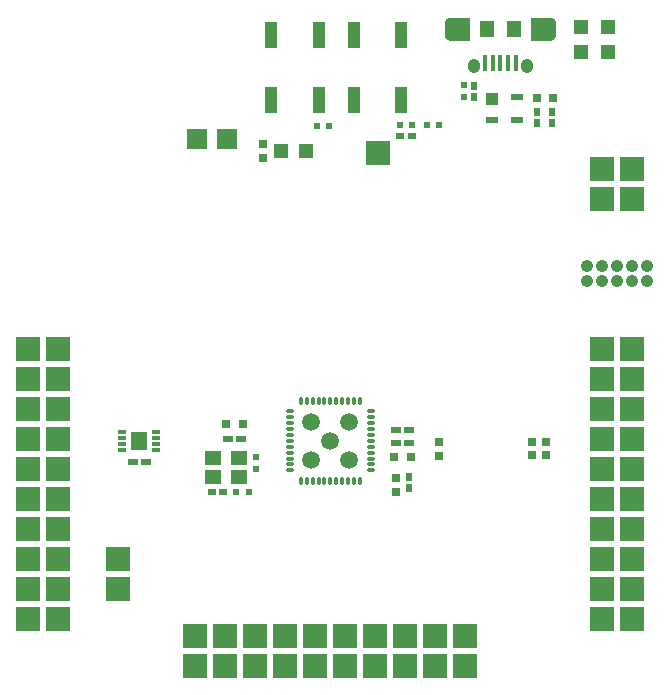
<source format=gtp>
G04 Layer_Color=8421504*
%FSLAX43Y43*%
%MOMM*%
G71*
G01*
G75*
%ADD12R,1.400X1.150*%
%ADD13R,0.900X0.600*%
%ADD14R,0.600X0.500*%
%ADD15R,0.600X0.550*%
%ADD16R,0.500X0.650*%
%ADD17R,0.650X0.800*%
%ADD18R,1.200X1.200*%
%ADD19R,1.200X1.200*%
%ADD20R,0.650X0.500*%
%ADD21R,0.800X0.650*%
%ADD22R,0.762X0.762*%
%ADD23R,0.500X0.600*%
%ADD24R,0.700X0.700*%
%ADD25R,0.550X0.600*%
%ADD26R,1.100X0.600*%
%ADD27R,1.100X1.000*%
%ADD29O,0.700X0.300*%
%ADD30O,0.300X0.700*%
%ADD33R,0.400X1.350*%
%ADD34R,0.700X0.300*%
%ADD36R,1.000X2.250*%
G04:AMPARAMS|DCode=46|XSize=2.1mm|YSize=1.9mm|CornerRadius=0.494mm|HoleSize=0mm|Usage=FLASHONLY|Rotation=0.000|XOffset=0mm|YOffset=0mm|HoleType=Round|Shape=RoundedRectangle|*
%AMROUNDEDRECTD46*
21,1,2.100,0.912,0,0,0.0*
21,1,1.112,1.900,0,0,0.0*
1,1,0.988,0.556,-0.456*
1,1,0.988,-0.556,-0.456*
1,1,0.988,-0.556,0.456*
1,1,0.988,0.556,0.456*
%
%ADD46ROUNDEDRECTD46*%
G04:AMPARAMS|DCode=47|XSize=1.05mm|YSize=1.25mm|CornerRadius=0.525mm|HoleSize=0mm|Usage=FLASHONLY|Rotation=180.000|XOffset=0mm|YOffset=0mm|HoleType=Round|Shape=RoundedRectangle|*
%AMROUNDEDRECTD47*
21,1,1.050,0.200,0,0,180.0*
21,1,0.000,1.250,0,0,180.0*
1,1,1.050,0.000,0.100*
1,1,1.050,0.000,0.100*
1,1,1.050,0.000,-0.100*
1,1,1.050,0.000,-0.100*
%
%ADD47ROUNDEDRECTD47*%
%ADD48C,1.050*%
%ADD79R,2.100X2.100*%
%ADD80R,2.100X2.100*%
%ADD81C,1.500*%
%ADD82R,1.700X1.700*%
%ADD83R,1.350X1.550*%
%ADD84R,1.300X1.400*%
G36*
X-18200Y-2625D02*
X-19800D01*
X-19848Y-2621D01*
X-19901Y-2614D01*
X-19954Y-2599D01*
X-19997Y-2583D01*
X-20039Y-2563D01*
X-20083Y-2535D01*
X-20121Y-2506D01*
X-20160Y-2472D01*
X-20189Y-2436D01*
X-20217Y-2399D01*
X-20241Y-2358D01*
X-20261Y-2316D01*
X-20277Y-2274D01*
X-20289Y-2223D01*
X-20296Y-2178D01*
X-20300Y-2125D01*
Y-1225D01*
X-20296Y-1170D01*
X-20288Y-1125D01*
X-20276Y-1075D01*
X-20260Y-1035D01*
X-20247Y-1002D01*
X-20222Y-959D01*
X-20196Y-922D01*
X-20165Y-884D01*
X-20120Y-843D01*
X-20080Y-813D01*
X-20034Y-784D01*
X-19981Y-760D01*
X-19894Y-734D01*
X-19800Y-725D01*
X-18200D01*
Y-2625D01*
D02*
G37*
G36*
X-11352Y-729D02*
X-11299Y-736D01*
X-11246Y-751D01*
X-11203Y-767D01*
X-11161Y-787D01*
X-11117Y-815D01*
X-11079Y-844D01*
X-11040Y-878D01*
X-11011Y-914D01*
X-10983Y-951D01*
X-10959Y-992D01*
X-10939Y-1034D01*
X-10923Y-1076D01*
X-10911Y-1127D01*
X-10904Y-1172D01*
X-10900Y-1225D01*
Y-2125D01*
X-10904Y-2180D01*
X-10912Y-2225D01*
X-10924Y-2275D01*
X-10940Y-2315D01*
X-10953Y-2348D01*
X-10978Y-2391D01*
X-11004Y-2428D01*
X-11035Y-2466D01*
X-11080Y-2507D01*
X-11120Y-2537D01*
X-11166Y-2566D01*
X-11219Y-2590D01*
X-11306Y-2616D01*
X-11400Y-2625D01*
X-13000D01*
Y-725D01*
X-11400D01*
X-11352Y-729D01*
D02*
G37*
D12*
X-37775Y-37950D02*
D03*
X-39975D02*
D03*
Y-39550D02*
D03*
X-37775D02*
D03*
D13*
X-38672Y-36385D02*
D03*
X-37572D02*
D03*
X-23350Y-36700D02*
D03*
X-24450D02*
D03*
X-23350Y-35600D02*
D03*
X-24450D02*
D03*
X-45650Y-38325D02*
D03*
X-46750D02*
D03*
D14*
X-36925Y-40875D02*
D03*
X-37975Y-40875D02*
D03*
D15*
X-21811Y-9800D02*
D03*
X-20811D02*
D03*
X-23100D02*
D03*
X-24100D02*
D03*
X-30150Y-9850D02*
D03*
X-31150D02*
D03*
D16*
X-12525Y-8625D02*
D03*
Y-9575D02*
D03*
X-11225Y-8625D02*
D03*
Y-9575D02*
D03*
X-17825Y-7375D02*
D03*
Y-6425D02*
D03*
X-23325Y-39550D02*
D03*
Y-40500D02*
D03*
D17*
X-20775Y-37825D02*
D03*
Y-36625D02*
D03*
X-35675Y-12550D02*
D03*
Y-11350D02*
D03*
X-24475Y-39625D02*
D03*
Y-40825D02*
D03*
D18*
X-6500Y-3550D02*
D03*
Y-1450D02*
D03*
X-8750Y-3550D02*
D03*
Y-1450D02*
D03*
D19*
X-32050Y-12000D02*
D03*
X-34150D02*
D03*
D20*
X-24075Y-10675D02*
D03*
X-23125D02*
D03*
X-39075Y-40875D02*
D03*
X-40025D02*
D03*
D21*
X-11725Y-36575D02*
D03*
X-12925D02*
D03*
X-11725Y-37725D02*
D03*
X-12925D02*
D03*
D22*
X-38824Y-35075D02*
D03*
X-37426D02*
D03*
D23*
X-36275Y-37850D02*
D03*
X-36275Y-38900D02*
D03*
D24*
X-24600Y-37850D02*
D03*
X-23200D02*
D03*
X-12525Y-7500D02*
D03*
X-11125D02*
D03*
D25*
X-18725Y-6400D02*
D03*
Y-7400D02*
D03*
D26*
X-14216Y-7400D02*
D03*
Y-9300D02*
D03*
X-16316D02*
D03*
D27*
Y-7600D02*
D03*
D29*
X-26600Y-34500D02*
D03*
Y-35000D02*
D03*
Y-35500D02*
D03*
Y-36000D02*
D03*
Y-36500D02*
D03*
Y-37000D02*
D03*
Y-37500D02*
D03*
Y-38000D02*
D03*
Y-38500D02*
D03*
Y-39000D02*
D03*
X-33400D02*
D03*
Y-38500D02*
D03*
Y-38000D02*
D03*
Y-37500D02*
D03*
Y-37000D02*
D03*
Y-36500D02*
D03*
Y-36000D02*
D03*
Y-35500D02*
D03*
Y-35000D02*
D03*
Y-34500D02*
D03*
Y-34000D02*
D03*
X-26600D02*
D03*
D30*
X-27500Y-39900D02*
D03*
X-28000D02*
D03*
X-28500D02*
D03*
X-29000D02*
D03*
X-29500D02*
D03*
X-30000D02*
D03*
X-30500D02*
D03*
X-31000D02*
D03*
X-31500D02*
D03*
X-32000D02*
D03*
X-32500D02*
D03*
Y-33100D02*
D03*
X-27500D02*
D03*
X-28000D02*
D03*
X-28500D02*
D03*
X-29000D02*
D03*
X-29500D02*
D03*
X-30000D02*
D03*
X-30500D02*
D03*
X-31000D02*
D03*
X-31500D02*
D03*
X-32000D02*
D03*
D33*
X-16900Y-4475D02*
D03*
X-16250D02*
D03*
X-15600D02*
D03*
X-14950D02*
D03*
X-14300D02*
D03*
D34*
X-47650Y-37250D02*
D03*
Y-36750D02*
D03*
Y-36250D02*
D03*
Y-35750D02*
D03*
X-44750D02*
D03*
Y-36250D02*
D03*
Y-36750D02*
D03*
Y-37250D02*
D03*
D36*
X-24000Y-7650D02*
D03*
Y-2150D02*
D03*
X-28000D02*
D03*
Y-7650D02*
D03*
X-31000D02*
D03*
Y-2150D02*
D03*
X-35000D02*
D03*
Y-7650D02*
D03*
D46*
X-11950Y-1675D02*
D03*
X-19250D02*
D03*
D47*
X-13375Y-4800D02*
D03*
X-17825D02*
D03*
D48*
X-8240Y-23010D02*
D03*
Y-21740D02*
D03*
X-6970Y-23010D02*
D03*
Y-21740D02*
D03*
X-5700Y-23010D02*
D03*
Y-21740D02*
D03*
X-4430Y-23010D02*
D03*
Y-21740D02*
D03*
X-3160Y-23010D02*
D03*
Y-21740D02*
D03*
D79*
X-4430Y-16030D02*
D03*
X-6970D02*
D03*
X-4430Y-13490D02*
D03*
X-6970D02*
D03*
X-47950Y-49050D02*
D03*
Y-46510D02*
D03*
X-53030Y-51590D02*
D03*
X-55570Y-28730D02*
D03*
X-53030D02*
D03*
X-55570Y-31270D02*
D03*
X-53030D02*
D03*
X-55570Y-33810D02*
D03*
X-53030D02*
D03*
X-55570Y-36350D02*
D03*
X-53030D02*
D03*
X-55570Y-38890D02*
D03*
X-53030D02*
D03*
X-55570Y-51590D02*
D03*
X-53030Y-49050D02*
D03*
X-55570D02*
D03*
X-53030Y-46510D02*
D03*
X-55570D02*
D03*
X-53030Y-43970D02*
D03*
X-55570D02*
D03*
X-53030Y-41430D02*
D03*
X-55570D02*
D03*
X-4430Y-38890D02*
D03*
X-6970D02*
D03*
X-4430Y-36350D02*
D03*
X-6970D02*
D03*
X-4430Y-33810D02*
D03*
X-6970D02*
D03*
X-4430Y-31270D02*
D03*
X-6970D02*
D03*
X-4430Y-28730D02*
D03*
X-6970Y-41430D02*
D03*
X-4430D02*
D03*
X-6970Y-43970D02*
D03*
X-4430D02*
D03*
X-6970Y-46510D02*
D03*
X-4430D02*
D03*
X-6970Y-49050D02*
D03*
X-4430D02*
D03*
X-6970Y-51590D02*
D03*
X-4430D02*
D03*
X-6970Y-28730D02*
D03*
X-25925Y-12125D02*
D03*
D80*
X-18570Y-53030D02*
D03*
X-41430Y-55570D02*
D03*
Y-53030D02*
D03*
X-38890Y-55570D02*
D03*
Y-53030D02*
D03*
X-36350Y-55570D02*
D03*
Y-53030D02*
D03*
X-33810Y-55570D02*
D03*
Y-53030D02*
D03*
X-31270Y-55570D02*
D03*
Y-53030D02*
D03*
X-18570Y-55570D02*
D03*
X-21110Y-53030D02*
D03*
Y-55570D02*
D03*
X-23650Y-53030D02*
D03*
Y-55570D02*
D03*
X-26190Y-53030D02*
D03*
Y-55570D02*
D03*
X-28730Y-53030D02*
D03*
Y-55570D02*
D03*
D81*
X-30000Y-36500D02*
D03*
X-31600Y-34900D02*
D03*
Y-38100D02*
D03*
X-28400D02*
D03*
Y-34900D02*
D03*
D82*
X-38730Y-10950D02*
D03*
X-41270D02*
D03*
D83*
X-46200Y-36500D02*
D03*
D84*
X-14450Y-1675D02*
D03*
X-16750D02*
D03*
M02*

</source>
